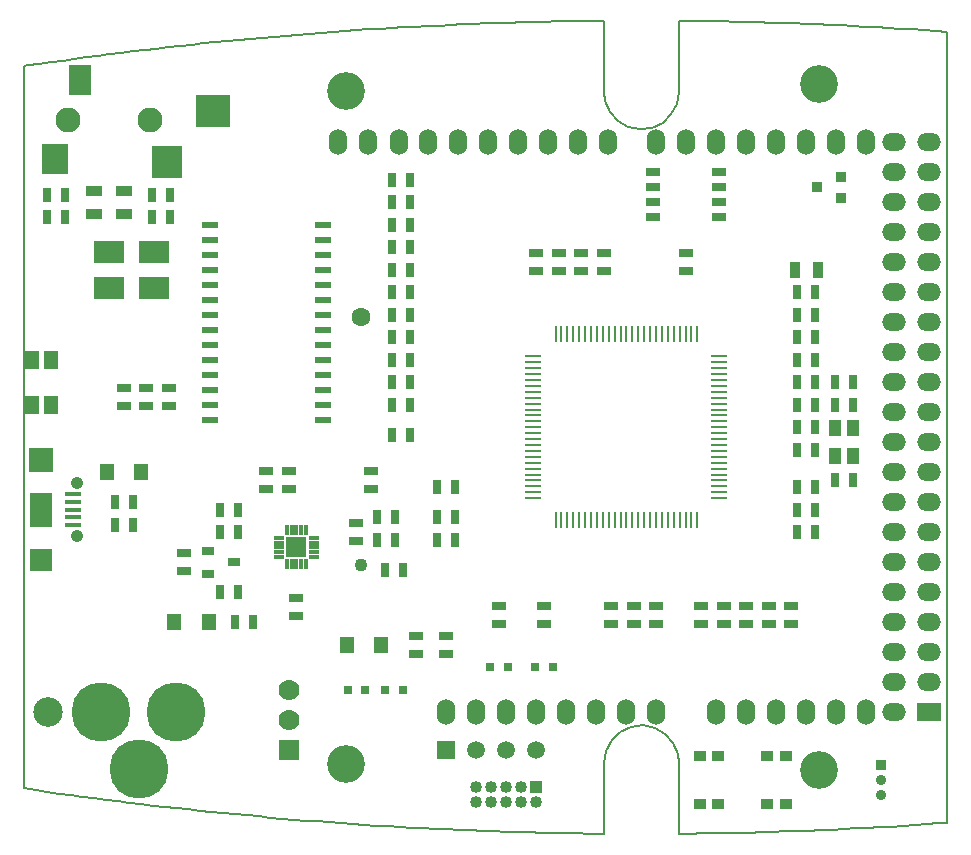
<source format=gts>
G04 (created by PCBNEW (2013-07-07 BZR 4022)-stable) date 21/01/2015 21:24:29*
%MOIN*%
G04 Gerber Fmt 3.4, Leading zero omitted, Abs format*
%FSLAX34Y34*%
G01*
G70*
G90*
G04 APERTURE LIST*
%ADD10C,0.00590551*%
%ADD11R,0.0433X0.0551181*%
%ADD12R,0.0748X0.1142*%
%ADD13R,0.0827X0.0827*%
%ADD14R,0.0748X0.0748*%
%ADD15C,0.0413*%
%ADD16R,0.0531X0.0157*%
%ADD17R,0.0393701X0.0354331*%
%ADD18R,0.0563X0.0217*%
%ADD19R,0.055X0.035*%
%ADD20R,0.035X0.055*%
%ADD21R,0.045X0.025*%
%ADD22R,0.025X0.045*%
%ADD23R,0.04X0.04*%
%ADD24C,0.04*%
%ADD25R,0.058X0.0105*%
%ADD26R,0.0105X0.058*%
%ADD27R,0.0314X0.0314*%
%ADD28O,0.06X0.0866*%
%ADD29O,0.06X0.0865*%
%ADD30R,0.05X0.025*%
%ADD31R,0.0590551X0.0590551*%
%ADD32C,0.0590551*%
%ADD33C,0.083*%
%ADD34R,0.0866X0.1024*%
%ADD35R,0.1X0.11*%
%ADD36R,0.0748X0.1*%
%ADD37R,0.1181X0.1102*%
%ADD38C,0.1969*%
%ADD39C,0.0984*%
%ADD40C,0.063*%
%ADD41C,0.0433*%
%ADD42R,0.0787X0.06*%
%ADD43O,0.0787X0.06*%
%ADD44R,0.0512X0.0551*%
%ADD45R,0.036X0.036*%
%ADD46C,0.07*%
%ADD47R,0.07X0.07*%
%ADD48C,0.125984*%
%ADD49R,0.013474X0.0370961*%
%ADD50R,0.0370961X0.013474*%
%ADD51R,0.0705606X0.0705606*%
%ADD52R,0.0472441X0.0629921*%
%ADD53C,0.0354*%
%ADD54R,0.0354X0.0354*%
%ADD55R,0.0984X0.0768*%
%ADD56R,0.0394X0.0315*%
G04 APERTURE END LIST*
G54D10*
X-82Y0D02*
X-82Y-12041D01*
X-82Y-12041D02*
X306Y-12098D01*
X306Y-12098D02*
X696Y-12154D01*
X696Y-12154D02*
X1086Y-12209D01*
X1086Y-12209D02*
X1476Y-12263D01*
X1476Y-12263D02*
X1866Y-12315D01*
X1866Y-12315D02*
X2256Y-12367D01*
X2256Y-12367D02*
X2647Y-12417D01*
X2647Y-12417D02*
X3037Y-12467D01*
X3037Y-12467D02*
X3428Y-12515D01*
X3428Y-12515D02*
X3819Y-12562D01*
X3819Y-12562D02*
X4210Y-12608D01*
X4210Y-12608D02*
X4601Y-12653D01*
X4601Y-12653D02*
X4992Y-12697D01*
X4992Y-12697D02*
X5384Y-12740D01*
X5384Y-12740D02*
X5775Y-12782D01*
X5775Y-12782D02*
X6167Y-12823D01*
X6167Y-12823D02*
X6559Y-12862D01*
X6559Y-12862D02*
X6950Y-12901D01*
X6950Y-12901D02*
X7342Y-12938D01*
X7342Y-12938D02*
X7734Y-12974D01*
X7734Y-12974D02*
X8126Y-13009D01*
X8126Y-13009D02*
X8519Y-13044D01*
X8519Y-13044D02*
X8911Y-13077D01*
X8911Y-13077D02*
X9303Y-13108D01*
X9303Y-13108D02*
X9696Y-13139D01*
X9696Y-13139D02*
X10088Y-13169D01*
X10088Y-13169D02*
X10481Y-13197D01*
X10481Y-13197D02*
X10874Y-13225D01*
X10874Y-13225D02*
X11267Y-13251D01*
X11267Y-13251D02*
X11660Y-13277D01*
X11660Y-13277D02*
X12053Y-13301D01*
X12053Y-13301D02*
X12446Y-13324D01*
X12446Y-13324D02*
X12839Y-13346D01*
X12839Y-13346D02*
X13232Y-13367D01*
X13232Y-13367D02*
X13625Y-13387D01*
X13625Y-13387D02*
X14018Y-13405D01*
X14018Y-13405D02*
X14412Y-13423D01*
X14412Y-13423D02*
X14805Y-13439D01*
X14805Y-13439D02*
X15198Y-13455D01*
X15198Y-13455D02*
X15592Y-13469D01*
X15592Y-13469D02*
X15985Y-13482D01*
X15985Y-13482D02*
X16379Y-13494D01*
X16379Y-13494D02*
X16772Y-13505D01*
X16772Y-13505D02*
X17166Y-13515D01*
X17166Y-13515D02*
X17559Y-13524D01*
X17559Y-13524D02*
X17953Y-13532D01*
X17953Y-13532D02*
X18347Y-13538D01*
X18347Y-13538D02*
X18740Y-13544D01*
X18740Y-13544D02*
X19134Y-13548D01*
X19134Y-13548D02*
X19255Y-13549D01*
X19255Y-13549D02*
X19255Y-11177D01*
X19255Y-11177D02*
X19319Y-10783D01*
X19319Y-10783D02*
X19505Y-10430D01*
X19505Y-10430D02*
X19792Y-10153D01*
X19792Y-10153D02*
X20152Y-9982D01*
X20152Y-9982D02*
X20548Y-9934D01*
X20548Y-9934D02*
X20939Y-10013D01*
X20939Y-10013D02*
X21285Y-10212D01*
X21285Y-10212D02*
X21550Y-10510D01*
X21550Y-10510D02*
X21707Y-10877D01*
X21707Y-10877D02*
X21744Y-11177D01*
X21744Y-11177D02*
X21744Y-13549D01*
X21744Y-13549D02*
X22137Y-13545D01*
X22137Y-13545D02*
X22531Y-13540D01*
X22531Y-13540D02*
X22925Y-13534D01*
X22925Y-13534D02*
X23318Y-13526D01*
X23318Y-13526D02*
X23712Y-13518D01*
X23712Y-13518D02*
X24105Y-13508D01*
X24105Y-13508D02*
X24499Y-13498D01*
X24499Y-13498D02*
X24893Y-13486D01*
X24893Y-13486D02*
X25286Y-13473D01*
X25286Y-13473D02*
X25679Y-13459D01*
X25679Y-13459D02*
X26073Y-13444D01*
X26073Y-13444D02*
X26466Y-13428D01*
X26466Y-13428D02*
X26860Y-13411D01*
X26860Y-13411D02*
X27253Y-13392D01*
X27253Y-13392D02*
X27646Y-13373D01*
X27646Y-13373D02*
X28039Y-13352D01*
X28039Y-13352D02*
X28432Y-13331D01*
X28432Y-13331D02*
X28825Y-13308D01*
X28825Y-13308D02*
X29218Y-13284D01*
X29218Y-13284D02*
X29611Y-13259D01*
X29611Y-13259D02*
X30004Y-13233D01*
X30004Y-13233D02*
X30397Y-13206D01*
X30397Y-13206D02*
X30696Y-13185D01*
X30696Y-13185D02*
X30696Y13185D01*
X30696Y13185D02*
X30304Y13213D01*
X30304Y13213D02*
X29911Y13239D01*
X29911Y13239D02*
X29518Y13265D01*
X29518Y13265D02*
X29125Y13290D01*
X29125Y13290D02*
X28732Y13314D01*
X28732Y13314D02*
X28339Y13336D01*
X28339Y13336D02*
X27946Y13357D01*
X27946Y13357D02*
X27553Y13378D01*
X27553Y13378D02*
X27160Y13397D01*
X27160Y13397D02*
X26766Y13415D01*
X26766Y13415D02*
X26373Y13432D01*
X26373Y13432D02*
X25980Y13448D01*
X25980Y13448D02*
X25586Y13463D01*
X25586Y13463D02*
X25193Y13476D01*
X25193Y13476D02*
X24799Y13489D01*
X24799Y13489D02*
X24406Y13500D01*
X24406Y13500D02*
X24012Y13511D01*
X24012Y13511D02*
X23618Y13520D01*
X23618Y13520D02*
X23225Y13528D01*
X23225Y13528D02*
X22831Y13535D01*
X22831Y13535D02*
X22438Y13541D01*
X22438Y13541D02*
X22044Y13546D01*
X22044Y13546D02*
X21744Y13549D01*
X21744Y13549D02*
X21744Y11177D01*
X21744Y11177D02*
X21680Y10783D01*
X21680Y10783D02*
X21494Y10430D01*
X21494Y10430D02*
X21207Y10153D01*
X21207Y10153D02*
X20847Y9982D01*
X20847Y9982D02*
X20451Y9934D01*
X20451Y9934D02*
X20060Y10013D01*
X20060Y10013D02*
X19714Y10212D01*
X19714Y10212D02*
X19449Y10510D01*
X19449Y10510D02*
X19292Y10877D01*
X19292Y10877D02*
X19255Y11177D01*
X19255Y11177D02*
X19255Y13549D01*
X19255Y13549D02*
X18862Y13545D01*
X18862Y13545D02*
X18468Y13540D01*
X18468Y13540D02*
X18074Y13534D01*
X18074Y13534D02*
X17681Y13526D01*
X17681Y13526D02*
X17287Y13518D01*
X17287Y13518D02*
X16894Y13508D01*
X16894Y13508D02*
X16500Y13498D01*
X16500Y13498D02*
X16106Y13486D01*
X16106Y13486D02*
X15713Y13473D01*
X15713Y13473D02*
X15320Y13459D01*
X15320Y13459D02*
X14926Y13444D01*
X14926Y13444D02*
X14533Y13428D01*
X14533Y13428D02*
X14139Y13411D01*
X14139Y13411D02*
X13746Y13392D01*
X13746Y13392D02*
X13353Y13373D01*
X13353Y13373D02*
X12960Y13352D01*
X12960Y13352D02*
X12567Y13331D01*
X12567Y13331D02*
X12174Y13308D01*
X12174Y13308D02*
X11781Y13284D01*
X11781Y13284D02*
X11388Y13259D01*
X11388Y13259D02*
X10995Y13233D01*
X10995Y13233D02*
X10602Y13206D01*
X10602Y13206D02*
X10209Y13178D01*
X10209Y13178D02*
X9817Y13148D01*
X9817Y13148D02*
X9424Y13118D01*
X9424Y13118D02*
X9032Y13086D01*
X9032Y13086D02*
X8640Y13054D01*
X8640Y13054D02*
X8247Y13020D01*
X8247Y13020D02*
X7855Y12985D01*
X7855Y12985D02*
X7463Y12949D01*
X7463Y12949D02*
X7071Y12912D01*
X7071Y12912D02*
X6679Y12874D01*
X6679Y12874D02*
X6288Y12835D01*
X6288Y12835D02*
X5896Y12795D01*
X5896Y12795D02*
X5504Y12753D01*
X5504Y12753D02*
X5113Y12711D01*
X5113Y12711D02*
X4722Y12667D01*
X4722Y12667D02*
X4331Y12622D01*
X4331Y12622D02*
X3940Y12577D01*
X3940Y12577D02*
X3549Y12530D01*
X3549Y12530D02*
X3158Y12482D01*
X3158Y12482D02*
X2767Y12433D01*
X2767Y12433D02*
X2377Y12382D01*
X2377Y12382D02*
X1986Y12331D01*
X1986Y12331D02*
X1596Y12279D01*
X1596Y12279D02*
X1206Y12225D01*
X1206Y12225D02*
X816Y12171D01*
X816Y12171D02*
X426Y12115D01*
X426Y12115D02*
X37Y12059D01*
X37Y12059D02*
X-82Y12041D01*
X-82Y12041D02*
X-82Y0D01*
G54D11*
X26935Y-27D03*
X27564Y-972D03*
X26935Y-972D03*
X27564Y-27D03*
G54D12*
X500Y-2750D03*
G54D13*
X500Y-1077D03*
G54D14*
X500Y-4423D03*
G54D15*
X1681Y-3636D03*
X1681Y-1864D03*
G54D16*
X1543Y-2750D03*
X1543Y-3006D03*
X1543Y-3262D03*
X1543Y-2494D03*
X1543Y-2238D03*
G54D17*
X25314Y-12557D03*
X24685Y-12557D03*
X25314Y-10942D03*
X24685Y-10942D03*
X22435Y-10942D03*
X23064Y-10942D03*
X22435Y-12557D03*
X23064Y-12557D03*
G54D18*
X6106Y6750D03*
X6106Y6250D03*
X6106Y5750D03*
X6106Y5250D03*
X6106Y4750D03*
X6106Y4250D03*
X6106Y3750D03*
X6106Y3250D03*
X6106Y2750D03*
X6106Y2250D03*
X6106Y1750D03*
X6106Y1250D03*
X6106Y750D03*
X6106Y250D03*
X9894Y250D03*
X9894Y750D03*
X9894Y1250D03*
X9894Y1750D03*
X9894Y2250D03*
X9894Y2750D03*
X9894Y3250D03*
X9894Y3750D03*
X9894Y4250D03*
X9894Y4750D03*
X9894Y5250D03*
X9894Y5750D03*
X9894Y6250D03*
X9894Y6750D03*
G54D19*
X3250Y7875D03*
X3250Y7125D03*
X2250Y7875D03*
X2250Y7125D03*
G54D20*
X25625Y5250D03*
X26375Y5250D03*
G54D21*
X18500Y5200D03*
X18500Y5800D03*
G54D22*
X25700Y1500D03*
X26300Y1500D03*
X25700Y750D03*
X26300Y750D03*
G54D21*
X22500Y-5950D03*
X22500Y-6550D03*
G54D22*
X2950Y-2500D03*
X3550Y-2500D03*
G54D21*
X23250Y-5950D03*
X23250Y-6550D03*
G54D22*
X3550Y-3250D03*
X2950Y-3250D03*
G54D21*
X25500Y-5950D03*
X25500Y-6550D03*
X24750Y-5950D03*
X24750Y-6550D03*
X15750Y-5950D03*
X15750Y-6550D03*
X17250Y-5950D03*
X17250Y-6550D03*
X14000Y-6950D03*
X14000Y-7550D03*
G54D22*
X4200Y7000D03*
X4800Y7000D03*
X25700Y0D03*
X26300Y0D03*
X25700Y-750D03*
X26300Y-750D03*
X12800Y3000D03*
X12200Y3000D03*
X12800Y2250D03*
X12200Y2250D03*
X1300Y7000D03*
X700Y7000D03*
X25700Y-2750D03*
X26300Y-2750D03*
G54D21*
X21000Y-5950D03*
X21000Y-6550D03*
G54D22*
X12800Y4500D03*
X12200Y4500D03*
G54D21*
X20250Y-6550D03*
X20250Y-5950D03*
G54D22*
X12200Y3750D03*
X12800Y3750D03*
G54D21*
X19500Y-6550D03*
X19500Y-5950D03*
G54D22*
X12800Y-250D03*
X12200Y-250D03*
X7050Y-5500D03*
X6450Y-5500D03*
X7050Y-3500D03*
X6450Y-3500D03*
G54D21*
X11500Y-2050D03*
X11500Y-1450D03*
G54D22*
X4200Y7750D03*
X4800Y7750D03*
X11700Y-3000D03*
X12300Y-3000D03*
X1300Y7750D03*
X700Y7750D03*
G54D21*
X4000Y700D03*
X4000Y1300D03*
G54D22*
X12200Y8250D03*
X12800Y8250D03*
X12200Y1500D03*
X12800Y1500D03*
G54D21*
X3250Y700D03*
X3250Y1300D03*
G54D22*
X12200Y6750D03*
X12800Y6750D03*
X12200Y750D03*
X12800Y750D03*
X12200Y7500D03*
X12800Y7500D03*
G54D21*
X4750Y700D03*
X4750Y1300D03*
X22000Y5200D03*
X22000Y5800D03*
G54D22*
X25700Y4500D03*
X26300Y4500D03*
X25700Y3750D03*
X26300Y3750D03*
X14300Y-3750D03*
X13700Y-3750D03*
X25700Y-3500D03*
X26300Y-3500D03*
X25700Y3000D03*
X26300Y3000D03*
X25700Y2250D03*
X26300Y2250D03*
G54D21*
X24000Y-5950D03*
X24000Y-6550D03*
G54D22*
X14300Y-3000D03*
X13700Y-3000D03*
G54D21*
X17000Y5200D03*
X17000Y5800D03*
G54D22*
X26950Y1500D03*
X27550Y1500D03*
X25700Y-2000D03*
X26300Y-2000D03*
X14300Y-2000D03*
X13700Y-2000D03*
G54D21*
X17750Y5200D03*
X17750Y5800D03*
G54D22*
X26950Y750D03*
X27550Y750D03*
X26950Y-1750D03*
X27550Y-1750D03*
G54D23*
X17000Y-12000D03*
G54D24*
X17000Y-12500D03*
X16500Y-12000D03*
X16500Y-12500D03*
X16000Y-12000D03*
X16000Y-12500D03*
X15500Y-12000D03*
X15500Y-12500D03*
X15000Y-12000D03*
X15000Y-12500D03*
G54D25*
X23100Y-2364D03*
G54D26*
X22364Y3100D03*
G54D25*
X16900Y2364D03*
G54D26*
X17636Y-3100D03*
G54D25*
X23100Y-2167D03*
G54D26*
X22167Y3100D03*
G54D25*
X16900Y2167D03*
G54D26*
X17833Y-3100D03*
G54D25*
X23100Y-1970D03*
G54D26*
X21970Y3100D03*
G54D25*
X16900Y1970D03*
G54D26*
X18030Y-3100D03*
G54D25*
X23100Y-1773D03*
G54D26*
X21773Y3100D03*
G54D25*
X16900Y1773D03*
G54D26*
X18227Y-3100D03*
G54D25*
X23100Y-1576D03*
G54D26*
X21576Y3100D03*
G54D25*
X16900Y1576D03*
G54D26*
X18424Y-3100D03*
G54D25*
X23100Y-1379D03*
G54D26*
X21379Y3100D03*
G54D25*
X16900Y1379D03*
G54D26*
X18621Y-3100D03*
G54D25*
X23100Y-1182D03*
G54D26*
X21182Y3100D03*
G54D25*
X16900Y1182D03*
G54D26*
X18818Y-3100D03*
G54D25*
X23100Y-985D03*
G54D26*
X20985Y3100D03*
G54D25*
X16900Y985D03*
G54D26*
X19015Y-3100D03*
G54D25*
X23100Y-788D03*
G54D26*
X20788Y3100D03*
G54D25*
X16900Y788D03*
G54D26*
X19212Y-3100D03*
G54D25*
X23100Y-591D03*
G54D26*
X20591Y3100D03*
G54D25*
X16900Y591D03*
G54D26*
X19409Y-3100D03*
G54D25*
X23100Y-394D03*
G54D26*
X20394Y3100D03*
G54D25*
X16900Y394D03*
G54D26*
X19606Y-3100D03*
G54D25*
X23100Y-197D03*
G54D26*
X20197Y3100D03*
G54D25*
X16900Y197D03*
G54D26*
X19803Y-3100D03*
G54D25*
X23100Y0D03*
G54D26*
X20000Y3100D03*
G54D25*
X16900Y0D03*
G54D26*
X20000Y-3100D03*
G54D25*
X23100Y197D03*
G54D26*
X19803Y3100D03*
G54D25*
X16900Y-197D03*
G54D26*
X20197Y-3100D03*
G54D25*
X23100Y394D03*
G54D26*
X19606Y3100D03*
G54D25*
X16900Y-394D03*
G54D26*
X20394Y-3100D03*
G54D25*
X23100Y591D03*
G54D26*
X19409Y3100D03*
G54D25*
X16900Y-591D03*
G54D26*
X20591Y-3100D03*
G54D25*
X23100Y788D03*
G54D26*
X19212Y3100D03*
G54D25*
X16900Y-788D03*
G54D26*
X20788Y-3100D03*
G54D25*
X23100Y985D03*
G54D26*
X19015Y3100D03*
G54D25*
X16900Y-985D03*
G54D26*
X20985Y-3100D03*
G54D25*
X23100Y1182D03*
G54D26*
X18818Y3100D03*
G54D25*
X16900Y-1182D03*
G54D26*
X21182Y-3100D03*
G54D25*
X23100Y1379D03*
G54D26*
X18621Y3100D03*
G54D25*
X16900Y-1379D03*
G54D26*
X21379Y-3100D03*
G54D25*
X23100Y1576D03*
G54D26*
X18424Y3100D03*
G54D25*
X16900Y-1576D03*
G54D26*
X21576Y-3100D03*
G54D25*
X23100Y1773D03*
G54D26*
X18227Y3100D03*
G54D25*
X16900Y-1773D03*
G54D26*
X21773Y-3100D03*
G54D25*
X23100Y1970D03*
G54D26*
X18030Y3100D03*
G54D25*
X16900Y-1970D03*
G54D26*
X21970Y-3100D03*
G54D25*
X23100Y2167D03*
G54D26*
X17833Y3100D03*
G54D25*
X16900Y-2167D03*
G54D26*
X22167Y-3100D03*
G54D25*
X23100Y2364D03*
G54D26*
X17636Y3100D03*
G54D25*
X16900Y-2364D03*
G54D26*
X22364Y-3100D03*
G54D27*
X16955Y-8000D03*
X17545Y-8000D03*
X11295Y-8750D03*
X10705Y-8750D03*
X15455Y-8000D03*
X16045Y-8000D03*
G54D28*
X14000Y-9500D03*
X15000Y-9500D03*
X16000Y-9500D03*
X17000Y-9500D03*
X18000Y-9500D03*
X19000Y-9500D03*
X20000Y-9500D03*
X21000Y-9500D03*
X23000Y-9500D03*
X24000Y-9500D03*
X25000Y-9500D03*
X26000Y-9500D03*
X27000Y-9500D03*
X28000Y-9500D03*
G54D29*
X28000Y9500D03*
X27000Y9500D03*
X26000Y9500D03*
X25000Y9500D03*
X24000Y9500D03*
X23000Y9500D03*
X22000Y9500D03*
X21000Y9500D03*
X19400Y9500D03*
X18400Y9500D03*
X17400Y9500D03*
X16400Y9500D03*
X15400Y9500D03*
X14400Y9500D03*
X13400Y9500D03*
X12401Y9500D03*
X11400Y9500D03*
X10400Y9500D03*
G54D30*
X20900Y8500D03*
X20900Y8000D03*
X20900Y7500D03*
X20900Y7000D03*
X23100Y7000D03*
X23100Y7500D03*
X23100Y8000D03*
X23100Y8500D03*
G54D22*
X11950Y-4750D03*
X12550Y-4750D03*
X11700Y-3750D03*
X12300Y-3750D03*
G54D21*
X11000Y-3200D03*
X11000Y-3800D03*
G54D22*
X7050Y-2750D03*
X6450Y-2750D03*
G54D21*
X8750Y-2050D03*
X8750Y-1450D03*
X8000Y-1450D03*
X8000Y-2050D03*
G54D31*
X14000Y-10750D03*
G54D32*
X15000Y-10750D03*
X16000Y-10750D03*
X17000Y-10750D03*
G54D33*
X1372Y10250D03*
X4128Y10250D03*
G54D34*
X939Y8931D03*
G54D35*
X4679Y8833D03*
G54D36*
X1769Y11563D03*
G54D37*
X6215Y10526D03*
G54D38*
X2500Y-9500D03*
X4980Y-9500D03*
X3760Y-11390D03*
G54D39*
X728Y-9500D03*
G54D40*
X11138Y3681D03*
G54D41*
X11138Y-4587D03*
G54D42*
X30098Y-9500D03*
G54D43*
X28902Y-9500D03*
X30098Y-8500D03*
X28902Y-8500D03*
X30098Y-7500D03*
X28902Y-7500D03*
X30098Y-6500D03*
X28902Y-6500D03*
X30098Y-5500D03*
X28902Y-5500D03*
X30098Y-4500D03*
X28902Y-4500D03*
X30098Y-3500D03*
X28902Y-3500D03*
X30098Y-2500D03*
X28902Y-2500D03*
X30098Y-1500D03*
X28902Y-1500D03*
X30098Y-500D03*
X28902Y-500D03*
X30098Y500D03*
X28902Y500D03*
X30098Y1500D03*
X28902Y1500D03*
X30098Y2500D03*
X28902Y2500D03*
X30098Y3500D03*
X28902Y3500D03*
X30098Y4500D03*
X28902Y4500D03*
X30098Y5500D03*
X28902Y5500D03*
X30098Y6500D03*
X28902Y6500D03*
X30098Y7500D03*
X28902Y7500D03*
X30098Y8500D03*
X28902Y8500D03*
X30098Y9500D03*
X28902Y9500D03*
G54D22*
X12800Y5250D03*
X12200Y5250D03*
X12800Y6000D03*
X12200Y6000D03*
G54D44*
X3821Y-1500D03*
X2679Y-1500D03*
X11821Y-7250D03*
X10679Y-7250D03*
G54D45*
X27150Y8350D03*
X27150Y7650D03*
X26350Y8000D03*
G54D46*
X8750Y-9750D03*
X8750Y-8750D03*
G54D47*
X8750Y-10750D03*
G54D48*
X10657Y11212D03*
X10657Y-11212D03*
X26405Y11440D03*
X26405Y-11440D03*
G54D49*
X8685Y-4570D03*
X8842Y-4570D03*
X9000Y-4570D03*
X9157Y-4570D03*
G54D50*
X9570Y-4314D03*
X9570Y-4157D03*
X9570Y-4000D03*
X9570Y-3842D03*
X9570Y-3685D03*
G54D51*
X9000Y-4000D03*
G54D49*
X9314Y-3429D03*
X9157Y-3429D03*
X9000Y-3429D03*
X8842Y-3429D03*
X8685Y-3429D03*
G54D50*
X8429Y-3685D03*
X8429Y-3842D03*
X8429Y-4000D03*
X8429Y-4157D03*
X8429Y-4314D03*
G54D49*
X9314Y-4570D03*
G54D52*
X814Y2248D03*
X814Y751D03*
X185Y2248D03*
X185Y751D03*
G54D53*
X28500Y-11750D03*
G54D54*
X28500Y-11258D03*
G54D53*
X28500Y-12242D03*
G54D21*
X9000Y-6300D03*
X9000Y-5700D03*
X13000Y-6950D03*
X13000Y-7550D03*
G54D27*
X12545Y-8750D03*
X11955Y-8750D03*
G54D55*
X2750Y4650D03*
X2750Y5850D03*
X4250Y4650D03*
X4250Y5850D03*
G54D56*
X6933Y-4500D03*
X6067Y-4875D03*
X6067Y-4125D03*
G54D22*
X6950Y-6500D03*
X7550Y-6500D03*
G54D21*
X5250Y-4800D03*
X5250Y-4200D03*
G54D44*
X6071Y-6500D03*
X4929Y-6500D03*
G54D21*
X19250Y5800D03*
X19250Y5200D03*
M02*

</source>
